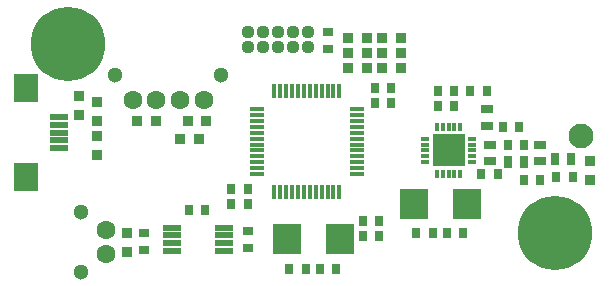
<source format=gts>
G04 #@! TF.FileFunction,Soldermask,Top*
%FSLAX46Y46*%
G04 Gerber Fmt 4.6, Leading zero omitted, Abs format (unit mm)*
G04 Created by KiCad (PCBNEW 0.201508100901+6080~28~ubuntu14.04.1-product) date Sun 08 Nov 2015 01:10:26 GMT*
%MOMM*%
G01*
G04 APERTURE LIST*
%ADD10C,0.100000*%
%ADD11R,0.900000X0.800000*%
%ADD12R,0.800000X0.900000*%
%ADD13R,0.900000X0.900000*%
%ADD14R,0.400000X1.300000*%
%ADD15R,1.300000X0.400000*%
%ADD16R,1.000000X0.700000*%
%ADD17R,0.700000X1.000000*%
%ADD18C,1.600000*%
%ADD19C,1.300000*%
%ADD20C,1.116000*%
%ADD21C,2.100000*%
%ADD22R,2.400000X2.600000*%
%ADD23R,1.500000X0.500000*%
%ADD24R,0.800000X0.350000*%
%ADD25R,0.350000X0.800000*%
%ADD26R,2.700000X2.700000*%
%ADD27R,2.000000X2.400000*%
%ADD28C,6.300000*%
%ADD29C,0.700000*%
G04 APERTURE END LIST*
D10*
D11*
X93000000Y-109500000D03*
X93000000Y-110900000D03*
X101750000Y-110750000D03*
X101750000Y-109350000D03*
D12*
X96750000Y-107500000D03*
X98150000Y-107500000D03*
X121500000Y-104500000D03*
X122900000Y-104500000D03*
X119250000Y-97500000D03*
X117850000Y-97500000D03*
X119250000Y-98750000D03*
X117850000Y-98750000D03*
X123750000Y-102000000D03*
X125150000Y-102000000D03*
X101750000Y-107000000D03*
X100350000Y-107000000D03*
X112500000Y-97250000D03*
X113900000Y-97250000D03*
X111500000Y-109750000D03*
X112900000Y-109750000D03*
X112500000Y-98500000D03*
X113900000Y-98500000D03*
X101750000Y-105750000D03*
X100350000Y-105750000D03*
X111500000Y-108500000D03*
X112900000Y-108500000D03*
X124750000Y-100500000D03*
X123350000Y-100500000D03*
X126500000Y-105000000D03*
X125100000Y-105000000D03*
X129250000Y-104750000D03*
X127850000Y-104750000D03*
X116000000Y-109500000D03*
X117400000Y-109500000D03*
X122000000Y-97500000D03*
X120600000Y-97500000D03*
X120000000Y-109500000D03*
X118600000Y-109500000D03*
D11*
X108500000Y-92500000D03*
X108500000Y-93900000D03*
D12*
X105250000Y-112500000D03*
X106650000Y-112500000D03*
X109250000Y-112500000D03*
X107850000Y-112500000D03*
D13*
X98250000Y-100000000D03*
X96650000Y-100000000D03*
X94000000Y-100000000D03*
X92400000Y-100000000D03*
X96000000Y-101500000D03*
X97600000Y-101500000D03*
X87500000Y-99500000D03*
X87500000Y-97900000D03*
X89000000Y-101250000D03*
X89000000Y-102850000D03*
X89000000Y-100000000D03*
X89000000Y-98400000D03*
X91500000Y-109500000D03*
X91500000Y-111100000D03*
X130750000Y-105000000D03*
X130750000Y-103400000D03*
X114750000Y-93000000D03*
X113100000Y-93000000D03*
X114750000Y-94250000D03*
X113100000Y-94250000D03*
X114750000Y-95500000D03*
X113100000Y-95500000D03*
D14*
X104000000Y-106000000D03*
X104500000Y-106000000D03*
X105000000Y-106000000D03*
X105500000Y-106000000D03*
X106000000Y-106000000D03*
X106500000Y-106000000D03*
X107000000Y-106000000D03*
X107500000Y-106000000D03*
X108000000Y-106000000D03*
X108500000Y-106000000D03*
X109000000Y-106000000D03*
X109500000Y-106000000D03*
D15*
X111000000Y-104500000D03*
X111000000Y-104000000D03*
X111000000Y-103500000D03*
X111000000Y-103000000D03*
X111000000Y-102500000D03*
X111000000Y-102000000D03*
X111000000Y-101500000D03*
X111000000Y-101000000D03*
X111000000Y-100500000D03*
X111000000Y-100000000D03*
X111000000Y-99500000D03*
X111000000Y-99000000D03*
D14*
X109500000Y-97500000D03*
X109000000Y-97500000D03*
X108500000Y-97500000D03*
X108000000Y-97500000D03*
X107500000Y-97500000D03*
X107000000Y-97500000D03*
X106500000Y-97500000D03*
X106000000Y-97500000D03*
X105500000Y-97500000D03*
X105000000Y-97500000D03*
X104500000Y-97500000D03*
X104000000Y-97500000D03*
D15*
X102500000Y-99000000D03*
X102500000Y-99500000D03*
X102500000Y-100000000D03*
X102500000Y-100500000D03*
X102500000Y-101000000D03*
X102500000Y-101500000D03*
X102500000Y-102000000D03*
X102500000Y-102500000D03*
X102500000Y-103000000D03*
X102500000Y-103500000D03*
X102500000Y-104000000D03*
X102500000Y-104500000D03*
D16*
X122250000Y-102000000D03*
X122250000Y-103400000D03*
D17*
X123750000Y-103500000D03*
X125150000Y-103500000D03*
D16*
X126500000Y-102000000D03*
X126500000Y-103400000D03*
D17*
X127750000Y-103250000D03*
X129150000Y-103250000D03*
D16*
X122000000Y-99000000D03*
X122000000Y-100400000D03*
D18*
X89750000Y-111250000D03*
X89750000Y-109250000D03*
D19*
X87650000Y-112750000D03*
X87650000Y-107750000D03*
D18*
X92000000Y-98250000D03*
X94000000Y-98250000D03*
X96000000Y-98250000D03*
X98000000Y-98250000D03*
D19*
X90500000Y-96150000D03*
X99500000Y-96150000D03*
D20*
X101750000Y-93770000D03*
X101750000Y-92500000D03*
X103020000Y-93770000D03*
X103020000Y-92500000D03*
X104290000Y-93770000D03*
X104290000Y-92500000D03*
X105560000Y-93770000D03*
X105560000Y-92500000D03*
X106830000Y-93770000D03*
X106830000Y-92500000D03*
D21*
X130000000Y-101250000D03*
D13*
X110250000Y-94250000D03*
X111850000Y-94250000D03*
X110250000Y-95500000D03*
X111850000Y-95500000D03*
X110250000Y-93000000D03*
X111850000Y-93000000D03*
D22*
X115800000Y-107000000D03*
X120300000Y-107000000D03*
X105050000Y-110000000D03*
X109550000Y-110000000D03*
D23*
X99750000Y-111000000D03*
X99750000Y-110350000D03*
X99750000Y-109700000D03*
X99750000Y-109050000D03*
X95350000Y-109050000D03*
X95350000Y-109700000D03*
X95350000Y-110350000D03*
X95350000Y-111000000D03*
D24*
X120750000Y-103500000D03*
X120750000Y-103000000D03*
X120750000Y-102500000D03*
X120750000Y-102000000D03*
X120750000Y-101500000D03*
D25*
X119750000Y-100500000D03*
X119250000Y-100500000D03*
X118750000Y-100500000D03*
X118250000Y-100500000D03*
X117750000Y-100500000D03*
D24*
X116750000Y-101500000D03*
X116750000Y-102000000D03*
X116750000Y-102500000D03*
X116750000Y-103000000D03*
X116750000Y-103500000D03*
D25*
X117750000Y-104500000D03*
X118250000Y-104500000D03*
X118750000Y-104500000D03*
X119250000Y-104500000D03*
X119750000Y-104500000D03*
D26*
X118750000Y-102500000D03*
D23*
X85750000Y-99700000D03*
X85750000Y-100350000D03*
X85750000Y-101000000D03*
X85750000Y-101650000D03*
X85750000Y-102300000D03*
D27*
X83000000Y-97250000D03*
X83000000Y-104750000D03*
D28*
X127750000Y-109500000D03*
D29*
X127750000Y-107000000D03*
X130250000Y-109500000D03*
X127750000Y-112000000D03*
X125250000Y-109500000D03*
X125950000Y-107700000D03*
X129550000Y-107700000D03*
X125950000Y-111300000D03*
X129550000Y-111300000D03*
D28*
X86500000Y-93500000D03*
D29*
X86500000Y-91000000D03*
X89000000Y-93500000D03*
X86500000Y-96000000D03*
X84000000Y-93500000D03*
X84700000Y-91700000D03*
X88300000Y-91700000D03*
X84700000Y-95300000D03*
X88300000Y-95300000D03*
M02*

</source>
